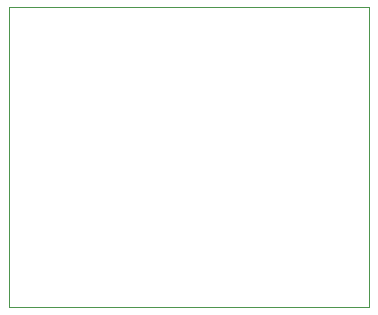
<source format=gko>
G75*
%MOIN*%
%OFA0B0*%
%FSLAX25Y25*%
%IPPOS*%
%LPD*%
%AMOC8*
5,1,8,0,0,1.08239X$1,22.5*
%
%ADD10C,0.00000*%
D10*
X0014288Y0034883D02*
X0134288Y0034883D01*
X0134288Y0134883D01*
X0014288Y0134883D01*
X0014288Y0034883D01*
M02*

</source>
